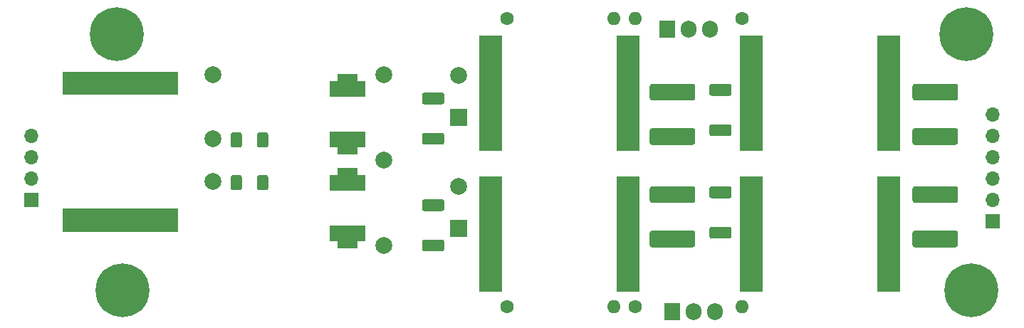
<source format=gbr>
%TF.GenerationSoftware,KiCad,Pcbnew,(5.1.9)-1*%
%TF.CreationDate,2022-01-14T16:31:07-06:00*%
%TF.ProjectId,Power_12V_DualSupply,506f7765-725f-4313-9256-5f4475616c53,rev?*%
%TF.SameCoordinates,Original*%
%TF.FileFunction,Soldermask,Bot*%
%TF.FilePolarity,Negative*%
%FSLAX46Y46*%
G04 Gerber Fmt 4.6, Leading zero omitted, Abs format (unit mm)*
G04 Created by KiCad (PCBNEW (5.1.9)-1) date 2022-01-14 16:31:07*
%MOMM*%
%LPD*%
G01*
G04 APERTURE LIST*
%ADD10R,1.050000X13.700000*%
%ADD11R,2.500000X13.700000*%
%ADD12R,13.700000X1.050000*%
%ADD13R,13.700000X2.500000*%
%ADD14R,2.000000X2.000000*%
%ADD15C,2.000000*%
%ADD16R,4.300000X1.950000*%
%ADD17R,2.400000X2.600000*%
%ADD18C,6.400000*%
%ADD19C,3.600000*%
%ADD20R,1.700000X1.700000*%
%ADD21O,1.700000X1.700000*%
%ADD22O,1.600000X1.600000*%
%ADD23C,1.600000*%
%ADD24R,1.905000X2.000000*%
%ADD25O,1.905000X2.000000*%
G04 APERTURE END LIST*
D10*
%TO.C,C18*%
X200086000Y-108204000D03*
X185486000Y-108204000D03*
D11*
X184536000Y-108204000D03*
X201036000Y-108204000D03*
%TD*%
D10*
%TO.C,C10*%
X169098000Y-108204000D03*
X154498000Y-108204000D03*
D11*
X153548000Y-108204000D03*
X170048000Y-108204000D03*
%TD*%
D10*
%TO.C,C19*%
X185486000Y-91440000D03*
X200086000Y-91440000D03*
D11*
X201036000Y-91440000D03*
X184536000Y-91440000D03*
%TD*%
D10*
%TO.C,C11*%
X154498000Y-91440000D03*
X169098000Y-91440000D03*
D11*
X170048000Y-91440000D03*
X153548000Y-91440000D03*
%TD*%
D12*
%TO.C,C1*%
X109601000Y-105725000D03*
X109601000Y-91125000D03*
D13*
X109601000Y-90175000D03*
X109601000Y-106675000D03*
%TD*%
%TO.C,C8*%
G36*
G01*
X177710002Y-109797000D02*
X172809998Y-109797000D01*
G75*
G02*
X172560000Y-109547002I0J249998D01*
G01*
X172560000Y-108071998D01*
G75*
G02*
X172809998Y-107822000I249998J0D01*
G01*
X177710002Y-107822000D01*
G75*
G02*
X177960000Y-108071998I0J-249998D01*
G01*
X177960000Y-109547002D01*
G75*
G02*
X177710002Y-109797000I-249998J0D01*
G01*
G37*
G36*
G01*
X177710002Y-104522000D02*
X172809998Y-104522000D01*
G75*
G02*
X172560000Y-104272002I0J249998D01*
G01*
X172560000Y-102796998D01*
G75*
G02*
X172809998Y-102547000I249998J0D01*
G01*
X177710002Y-102547000D01*
G75*
G02*
X177960000Y-102796998I0J-249998D01*
G01*
X177960000Y-104272002D01*
G75*
G02*
X177710002Y-104522000I-249998J0D01*
G01*
G37*
%TD*%
D14*
%TO.C,C4*%
X149860000Y-107569000D03*
D15*
X149860000Y-102569000D03*
%TD*%
%TO.C,R8*%
G36*
G01*
X182050001Y-103964000D02*
X179899999Y-103964000D01*
G75*
G02*
X179650000Y-103714001I0J249999D01*
G01*
X179650000Y-102813999D01*
G75*
G02*
X179899999Y-102564000I249999J0D01*
G01*
X182050001Y-102564000D01*
G75*
G02*
X182300000Y-102813999I0J-249999D01*
G01*
X182300000Y-103714001D01*
G75*
G02*
X182050001Y-103964000I-249999J0D01*
G01*
G37*
G36*
G01*
X182050001Y-108764000D02*
X179899999Y-108764000D01*
G75*
G02*
X179650000Y-108514001I0J249999D01*
G01*
X179650000Y-107613999D01*
G75*
G02*
X179899999Y-107364000I249999J0D01*
G01*
X182050001Y-107364000D01*
G75*
G02*
X182300000Y-107613999I0J-249999D01*
G01*
X182300000Y-108514001D01*
G75*
G02*
X182050001Y-108764000I-249999J0D01*
G01*
G37*
%TD*%
%TO.C,C16*%
G36*
G01*
X208952002Y-104522000D02*
X204051998Y-104522000D01*
G75*
G02*
X203802000Y-104272002I0J249998D01*
G01*
X203802000Y-102796998D01*
G75*
G02*
X204051998Y-102547000I249998J0D01*
G01*
X208952002Y-102547000D01*
G75*
G02*
X209202000Y-102796998I0J-249998D01*
G01*
X209202000Y-104272002D01*
G75*
G02*
X208952002Y-104522000I-249998J0D01*
G01*
G37*
G36*
G01*
X208952002Y-109797000D02*
X204051998Y-109797000D01*
G75*
G02*
X203802000Y-109547002I0J249998D01*
G01*
X203802000Y-108071998D01*
G75*
G02*
X204051998Y-107822000I249998J0D01*
G01*
X208952002Y-107822000D01*
G75*
G02*
X209202000Y-108071998I0J-249998D01*
G01*
X209202000Y-109547002D01*
G75*
G02*
X208952002Y-109797000I-249998J0D01*
G01*
G37*
%TD*%
%TO.C,U1*%
X120650000Y-101981000D03*
X120650000Y-96901000D03*
X120650000Y-89281000D03*
X140970000Y-89281000D03*
X140970000Y-99441000D03*
X140970000Y-109601000D03*
%TD*%
%TO.C,C2*%
G36*
G01*
X124068000Y-101457999D02*
X124068000Y-102758001D01*
G75*
G02*
X123818001Y-103008000I-249999J0D01*
G01*
X122992999Y-103008000D01*
G75*
G02*
X122743000Y-102758001I0J249999D01*
G01*
X122743000Y-101457999D01*
G75*
G02*
X122992999Y-101208000I249999J0D01*
G01*
X123818001Y-101208000D01*
G75*
G02*
X124068000Y-101457999I0J-249999D01*
G01*
G37*
G36*
G01*
X127193000Y-101457999D02*
X127193000Y-102758001D01*
G75*
G02*
X126943001Y-103008000I-249999J0D01*
G01*
X126117999Y-103008000D01*
G75*
G02*
X125868000Y-102758001I0J249999D01*
G01*
X125868000Y-101457999D01*
G75*
G02*
X126117999Y-101208000I249999J0D01*
G01*
X126943001Y-101208000D01*
G75*
G02*
X127193000Y-101457999I0J-249999D01*
G01*
G37*
%TD*%
%TO.C,C3*%
G36*
G01*
X127193000Y-96377999D02*
X127193000Y-97678001D01*
G75*
G02*
X126943001Y-97928000I-249999J0D01*
G01*
X126117999Y-97928000D01*
G75*
G02*
X125868000Y-97678001I0J249999D01*
G01*
X125868000Y-96377999D01*
G75*
G02*
X126117999Y-96128000I249999J0D01*
G01*
X126943001Y-96128000D01*
G75*
G02*
X127193000Y-96377999I0J-249999D01*
G01*
G37*
G36*
G01*
X124068000Y-96377999D02*
X124068000Y-97678001D01*
G75*
G02*
X123818001Y-97928000I-249999J0D01*
G01*
X122992999Y-97928000D01*
G75*
G02*
X122743000Y-97678001I0J249999D01*
G01*
X122743000Y-96377999D01*
G75*
G02*
X122992999Y-96128000I249999J0D01*
G01*
X123818001Y-96128000D01*
G75*
G02*
X124068000Y-96377999I0J-249999D01*
G01*
G37*
%TD*%
%TO.C,C5*%
X149860000Y-89361000D03*
D14*
X149860000Y-94361000D03*
%TD*%
D16*
%TO.C,C6*%
X136652000Y-108156000D03*
X136652000Y-102156000D03*
D17*
X136652000Y-101656000D03*
X136652000Y-108656000D03*
%TD*%
%TO.C,C7*%
X136652000Y-97480000D03*
X136652000Y-90480000D03*
D16*
X136652000Y-90980000D03*
X136652000Y-96980000D03*
%TD*%
%TO.C,C9*%
G36*
G01*
X177710002Y-92330000D02*
X172809998Y-92330000D01*
G75*
G02*
X172560000Y-92080002I0J249998D01*
G01*
X172560000Y-90604998D01*
G75*
G02*
X172809998Y-90355000I249998J0D01*
G01*
X177710002Y-90355000D01*
G75*
G02*
X177960000Y-90604998I0J-249998D01*
G01*
X177960000Y-92080002D01*
G75*
G02*
X177710002Y-92330000I-249998J0D01*
G01*
G37*
G36*
G01*
X177710002Y-97605000D02*
X172809998Y-97605000D01*
G75*
G02*
X172560000Y-97355002I0J249998D01*
G01*
X172560000Y-95879998D01*
G75*
G02*
X172809998Y-95630000I249998J0D01*
G01*
X177710002Y-95630000D01*
G75*
G02*
X177960000Y-95879998I0J-249998D01*
G01*
X177960000Y-97355002D01*
G75*
G02*
X177710002Y-97605000I-249998J0D01*
G01*
G37*
%TD*%
%TO.C,C17*%
G36*
G01*
X208952002Y-92330000D02*
X204051998Y-92330000D01*
G75*
G02*
X203802000Y-92080002I0J249998D01*
G01*
X203802000Y-90604998D01*
G75*
G02*
X204051998Y-90355000I249998J0D01*
G01*
X208952002Y-90355000D01*
G75*
G02*
X209202000Y-90604998I0J-249998D01*
G01*
X209202000Y-92080002D01*
G75*
G02*
X208952002Y-92330000I-249998J0D01*
G01*
G37*
G36*
G01*
X208952002Y-97605000D02*
X204051998Y-97605000D01*
G75*
G02*
X203802000Y-97355002I0J249998D01*
G01*
X203802000Y-95879998D01*
G75*
G02*
X204051998Y-95630000I249998J0D01*
G01*
X208952002Y-95630000D01*
G75*
G02*
X209202000Y-95879998I0J-249998D01*
G01*
X209202000Y-97355002D01*
G75*
G02*
X208952002Y-97605000I-249998J0D01*
G01*
G37*
%TD*%
%TO.C,R1*%
G36*
G01*
X147887001Y-97588000D02*
X145736999Y-97588000D01*
G75*
G02*
X145487000Y-97338001I0J249999D01*
G01*
X145487000Y-96437999D01*
G75*
G02*
X145736999Y-96188000I249999J0D01*
G01*
X147887001Y-96188000D01*
G75*
G02*
X148137000Y-96437999I0J-249999D01*
G01*
X148137000Y-97338001D01*
G75*
G02*
X147887001Y-97588000I-249999J0D01*
G01*
G37*
G36*
G01*
X147887001Y-92788000D02*
X145736999Y-92788000D01*
G75*
G02*
X145487000Y-92538001I0J249999D01*
G01*
X145487000Y-91637999D01*
G75*
G02*
X145736999Y-91388000I249999J0D01*
G01*
X147887001Y-91388000D01*
G75*
G02*
X148137000Y-91637999I0J-249999D01*
G01*
X148137000Y-92538001D01*
G75*
G02*
X147887001Y-92788000I-249999J0D01*
G01*
G37*
%TD*%
%TO.C,R2*%
G36*
G01*
X147887001Y-105488000D02*
X145736999Y-105488000D01*
G75*
G02*
X145487000Y-105238001I0J249999D01*
G01*
X145487000Y-104337999D01*
G75*
G02*
X145736999Y-104088000I249999J0D01*
G01*
X147887001Y-104088000D01*
G75*
G02*
X148137000Y-104337999I0J-249999D01*
G01*
X148137000Y-105238001D01*
G75*
G02*
X147887001Y-105488000I-249999J0D01*
G01*
G37*
G36*
G01*
X147887001Y-110288000D02*
X145736999Y-110288000D01*
G75*
G02*
X145487000Y-110038001I0J249999D01*
G01*
X145487000Y-109137999D01*
G75*
G02*
X145736999Y-108888000I249999J0D01*
G01*
X147887001Y-108888000D01*
G75*
G02*
X148137000Y-109137999I0J-249999D01*
G01*
X148137000Y-110038001D01*
G75*
G02*
X147887001Y-110288000I-249999J0D01*
G01*
G37*
%TD*%
%TO.C,R7*%
G36*
G01*
X182050001Y-91772000D02*
X179899999Y-91772000D01*
G75*
G02*
X179650000Y-91522001I0J249999D01*
G01*
X179650000Y-90621999D01*
G75*
G02*
X179899999Y-90372000I249999J0D01*
G01*
X182050001Y-90372000D01*
G75*
G02*
X182300000Y-90621999I0J-249999D01*
G01*
X182300000Y-91522001D01*
G75*
G02*
X182050001Y-91772000I-249999J0D01*
G01*
G37*
G36*
G01*
X182050001Y-96572000D02*
X179899999Y-96572000D01*
G75*
G02*
X179650000Y-96322001I0J249999D01*
G01*
X179650000Y-95421999D01*
G75*
G02*
X179899999Y-95172000I249999J0D01*
G01*
X182050001Y-95172000D01*
G75*
G02*
X182300000Y-95421999I0J-249999D01*
G01*
X182300000Y-96322001D01*
G75*
G02*
X182050001Y-96572000I-249999J0D01*
G01*
G37*
%TD*%
D18*
%TO.C,H1*%
X109220000Y-84455000D03*
D19*
X109220000Y-84455000D03*
%TD*%
%TO.C,H2*%
X210185000Y-84455000D03*
D18*
X210185000Y-84455000D03*
%TD*%
%TO.C,H3*%
X210820000Y-114935000D03*
D19*
X210820000Y-114935000D03*
%TD*%
%TO.C,H4*%
X109855000Y-114935000D03*
D18*
X109855000Y-114935000D03*
%TD*%
D20*
%TO.C,J1*%
X99060000Y-104140000D03*
D21*
X99060000Y-101600000D03*
X99060000Y-99060000D03*
X99060000Y-96520000D03*
%TD*%
D20*
%TO.C,J2*%
X213360000Y-106680000D03*
D21*
X213360000Y-104140000D03*
X213360000Y-101600000D03*
X213360000Y-99060000D03*
X213360000Y-96520000D03*
X213360000Y-93980000D03*
%TD*%
D22*
%TO.C,R9*%
X168275000Y-116840000D03*
D23*
X155575000Y-116840000D03*
%TD*%
%TO.C,R10*%
X155575000Y-82550000D03*
D22*
X168275000Y-82550000D03*
%TD*%
%TO.C,R11*%
X183515000Y-116840000D03*
D23*
X170815000Y-116840000D03*
%TD*%
%TO.C,R12*%
X183515000Y-82550000D03*
D22*
X170815000Y-82550000D03*
%TD*%
D24*
%TO.C,U4*%
X175260000Y-117475000D03*
D25*
X177800000Y-117475000D03*
X180340000Y-117475000D03*
%TD*%
%TO.C,U5*%
X179705000Y-83820000D03*
X177165000Y-83820000D03*
D24*
X174625000Y-83820000D03*
%TD*%
M02*

</source>
